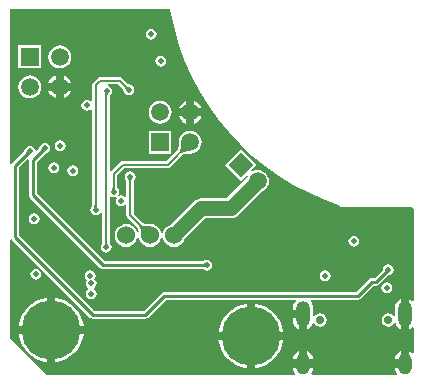
<source format=gbl>
G04*
G04 #@! TF.GenerationSoftware,Altium Limited,Altium Designer,21.9.1 (22)*
G04*
G04 Layer_Physical_Order=4*
G04 Layer_Color=16711680*
%FSLAX25Y25*%
%MOIN*%
G70*
G04*
G04 #@! TF.SameCoordinates,E1323236-0D64-4C8B-8FC9-1981637C6FB2*
G04*
G04*
G04 #@! TF.FilePolarity,Positive*
G04*
G01*
G75*
%ADD12C,0.01000*%
%ADD14C,0.00800*%
%ADD41C,0.05984*%
%ADD42R,0.05984X0.05984*%
%ADD45R,0.05984X0.05984*%
%ADD53C,0.05000*%
%ADD54C,0.06000*%
%ADD55C,0.19685*%
%ADD56P,0.08352X4X360.0*%
%ADD57C,0.05906*%
%ADD58O,0.04724X0.08661*%
%ADD59C,0.02756*%
%ADD60O,0.04724X0.07087*%
%ADD61C,0.01968*%
G36*
X261490Y-298984D02*
X261436Y-298988D01*
X261379Y-298999D01*
X261320Y-299018D01*
X261259Y-299045D01*
X261194Y-299079D01*
X261128Y-299122D01*
X261059Y-299172D01*
X260987Y-299231D01*
X260837Y-299371D01*
X260129Y-298663D01*
X260203Y-298587D01*
X260328Y-298441D01*
X260378Y-298372D01*
X260420Y-298306D01*
X260455Y-298241D01*
X260482Y-298180D01*
X260501Y-298121D01*
X260512Y-298064D01*
X260516Y-298010D01*
X261490Y-298984D01*
D02*
G37*
G36*
X256490Y-299984D02*
X256436Y-299988D01*
X256379Y-299999D01*
X256320Y-300018D01*
X256259Y-300045D01*
X256194Y-300079D01*
X256128Y-300122D01*
X256059Y-300172D01*
X255987Y-300231D01*
X255837Y-300371D01*
X255129Y-299663D01*
X255203Y-299587D01*
X255328Y-299441D01*
X255378Y-299372D01*
X255420Y-299306D01*
X255455Y-299241D01*
X255482Y-299180D01*
X255501Y-299121D01*
X255512Y-299064D01*
X255516Y-299010D01*
X256490Y-299984D01*
D02*
G37*
G36*
X314797Y-337689D02*
X314756Y-337653D01*
X314708Y-337621D01*
X314653Y-337593D01*
X314591Y-337568D01*
X314521Y-337547D01*
X314443Y-337530D01*
X314359Y-337517D01*
X314267Y-337508D01*
X314062Y-337500D01*
Y-336500D01*
X314168Y-336498D01*
X314359Y-336483D01*
X314443Y-336470D01*
X314521Y-336453D01*
X314591Y-336432D01*
X314653Y-336407D01*
X314708Y-336379D01*
X314756Y-336347D01*
X314797Y-336311D01*
Y-337689D01*
D02*
G37*
G36*
X303508Y-253255D02*
X304767Y-258654D01*
X306376Y-263959D01*
X308329Y-269148D01*
X310617Y-274198D01*
X313230Y-279087D01*
X316158Y-283795D01*
X319388Y-288302D01*
X322905Y-292588D01*
X326694Y-296634D01*
X330741Y-300424D01*
X335027Y-303941D01*
X339533Y-307170D01*
X344241Y-310098D01*
X349131Y-312712D01*
X354181Y-315000D01*
X359369Y-316952D01*
X359786Y-317079D01*
X360324Y-317438D01*
X361104Y-317593D01*
X383143D01*
X383187Y-317585D01*
X383707Y-317688D01*
X384185Y-318007D01*
X384504Y-318485D01*
X384607Y-319004D01*
X384598Y-319048D01*
Y-348792D01*
X384125Y-348952D01*
X384091Y-348908D01*
X383388Y-348369D01*
X383071Y-348237D01*
Y-353274D01*
Y-358311D01*
X383388Y-358180D01*
X384091Y-357641D01*
X384125Y-357596D01*
X384598Y-357757D01*
Y-366036D01*
X384125Y-366196D01*
X384091Y-366152D01*
X383388Y-365613D01*
X383071Y-365481D01*
Y-369731D01*
X381693D01*
Y-371109D01*
X378327D01*
X378417Y-371790D01*
X378756Y-372608D01*
X379058Y-373002D01*
X378812Y-373502D01*
X350558D01*
X350312Y-373002D01*
X350614Y-372608D01*
X350953Y-371790D01*
X351043Y-371109D01*
X344312D01*
X344402Y-371790D01*
X344740Y-372608D01*
X345043Y-373002D01*
X344796Y-373502D01*
X262089D01*
X249960Y-361374D01*
X249960Y-328413D01*
X250461Y-328261D01*
X250572Y-328428D01*
X276572Y-354428D01*
X276998Y-354713D01*
X277500Y-354813D01*
X295000D01*
X295502Y-354713D01*
X295928Y-354428D01*
X301899Y-348457D01*
X345126D01*
X345153Y-348535D01*
X345241Y-348957D01*
X344740Y-349610D01*
X344402Y-350428D01*
X344286Y-351306D01*
Y-351897D01*
X347677D01*
Y-353274D01*
X349055D01*
Y-358311D01*
X349373Y-358180D01*
X350075Y-357641D01*
X350614Y-356939D01*
X350851Y-356365D01*
X351415Y-356309D01*
X351746Y-356804D01*
X352462Y-357283D01*
X353307Y-357451D01*
X354152Y-357283D01*
X354868Y-356804D01*
X355347Y-356088D01*
X355515Y-355243D01*
X355347Y-354398D01*
X354868Y-353682D01*
X354152Y-353203D01*
X353307Y-353035D01*
X352462Y-353203D01*
X351746Y-353682D01*
X351568Y-353947D01*
X351068Y-353796D01*
Y-351306D01*
X350953Y-350428D01*
X350614Y-349610D01*
X350113Y-348957D01*
X350202Y-348535D01*
X350228Y-348457D01*
X365856D01*
X366358Y-348357D01*
X366784Y-348073D01*
X371044Y-343813D01*
X372000D01*
X372502Y-343713D01*
X372928Y-343428D01*
X376043Y-340314D01*
X376049Y-340309D01*
X376072Y-340292D01*
X376691Y-340169D01*
X377277Y-339777D01*
X377669Y-339191D01*
X377806Y-338500D01*
X377669Y-337809D01*
X377277Y-337223D01*
X376691Y-336831D01*
X376000Y-336694D01*
X375309Y-336831D01*
X374723Y-337223D01*
X374331Y-337809D01*
X374208Y-338428D01*
X374197Y-338443D01*
X374178Y-338466D01*
X371456Y-341187D01*
X370500D01*
X369998Y-341287D01*
X369572Y-341572D01*
X365312Y-345832D01*
X301356D01*
X300853Y-345932D01*
X300427Y-346216D01*
X294456Y-352187D01*
X278044D01*
X252813Y-326956D01*
Y-304544D01*
X255757Y-301599D01*
X256218Y-301845D01*
X256187Y-302000D01*
Y-313500D01*
X256287Y-314002D01*
X256572Y-314428D01*
X280072Y-337928D01*
X280498Y-338213D01*
X281000Y-338313D01*
X314248D01*
X314256Y-338314D01*
X314283Y-338318D01*
X314809Y-338669D01*
X315500Y-338806D01*
X316191Y-338669D01*
X316777Y-338277D01*
X317169Y-337691D01*
X317306Y-337000D01*
X317169Y-336309D01*
X316777Y-335723D01*
X316191Y-335331D01*
X315500Y-335194D01*
X314809Y-335331D01*
X314283Y-335682D01*
X314265Y-335685D01*
X314236Y-335687D01*
X281544D01*
X258813Y-312956D01*
Y-302544D01*
X261543Y-299814D01*
X261549Y-299809D01*
X261572Y-299792D01*
X262191Y-299669D01*
X262777Y-299277D01*
X263169Y-298691D01*
X263306Y-298000D01*
X263169Y-297309D01*
X262777Y-296723D01*
X262191Y-296331D01*
X261500Y-296194D01*
X260809Y-296331D01*
X260223Y-296723D01*
X259831Y-297309D01*
X259708Y-297929D01*
X259697Y-297943D01*
X259678Y-297966D01*
X258787Y-298856D01*
X258245Y-298692D01*
X258169Y-298309D01*
X257777Y-297723D01*
X257191Y-297331D01*
X256500Y-297194D01*
X255809Y-297331D01*
X255223Y-297723D01*
X254831Y-298309D01*
X254708Y-298928D01*
X254697Y-298943D01*
X254678Y-298966D01*
X250572Y-303072D01*
X250461Y-303239D01*
X249960Y-303087D01*
X249960Y-251527D01*
X303223D01*
X303508Y-253255D01*
D02*
G37*
G36*
X375990Y-339484D02*
X375936Y-339488D01*
X375879Y-339499D01*
X375820Y-339518D01*
X375759Y-339545D01*
X375694Y-339580D01*
X375628Y-339622D01*
X375559Y-339672D01*
X375487Y-339731D01*
X375337Y-339871D01*
X374629Y-339163D01*
X374703Y-339087D01*
X374828Y-338941D01*
X374878Y-338872D01*
X374921Y-338806D01*
X374955Y-338741D01*
X374982Y-338680D01*
X375001Y-338621D01*
X375012Y-338564D01*
X375016Y-338510D01*
X375990Y-339484D01*
D02*
G37*
%LPC*%
G36*
X297000Y-258194D02*
X296309Y-258331D01*
X295723Y-258723D01*
X295331Y-259309D01*
X295194Y-260000D01*
X295331Y-260691D01*
X295723Y-261277D01*
X296309Y-261669D01*
X297000Y-261806D01*
X297691Y-261669D01*
X298277Y-261277D01*
X298669Y-260691D01*
X298806Y-260000D01*
X298669Y-259309D01*
X298277Y-258723D01*
X297691Y-258331D01*
X297000Y-258194D01*
D02*
G37*
G36*
X300136Y-267130D02*
X299445Y-267267D01*
X298859Y-267659D01*
X298467Y-268245D01*
X298329Y-268936D01*
X298467Y-269627D01*
X298859Y-270213D01*
X299445Y-270605D01*
X300136Y-270742D01*
X300827Y-270605D01*
X301413Y-270213D01*
X301805Y-269627D01*
X301942Y-268936D01*
X301805Y-268245D01*
X301413Y-267659D01*
X300827Y-267267D01*
X300136Y-267130D01*
D02*
G37*
G36*
X260279Y-263720D02*
X252720D01*
Y-271280D01*
X260279D01*
Y-263720D01*
D02*
G37*
G36*
X266500Y-263688D02*
X265513Y-263818D01*
X264594Y-264199D01*
X263804Y-264804D01*
X263199Y-265594D01*
X262818Y-266513D01*
X262688Y-267500D01*
X262818Y-268487D01*
X263199Y-269406D01*
X263804Y-270196D01*
X264594Y-270801D01*
X265513Y-271182D01*
X266500Y-271312D01*
X267487Y-271182D01*
X268406Y-270801D01*
X269196Y-270196D01*
X269801Y-269406D01*
X270182Y-268487D01*
X270312Y-267500D01*
X270182Y-266513D01*
X269801Y-265594D01*
X269196Y-264804D01*
X268406Y-264199D01*
X267487Y-263818D01*
X266500Y-263688D01*
D02*
G37*
G36*
X267878Y-273750D02*
Y-276122D01*
X270250D01*
X269987Y-275487D01*
X269347Y-274653D01*
X268513Y-274013D01*
X267878Y-273750D01*
D02*
G37*
G36*
X265122Y-273750D02*
X264487Y-274013D01*
X263653Y-274653D01*
X263013Y-275487D01*
X262750Y-276122D01*
X265122D01*
Y-273750D01*
D02*
G37*
G36*
X286539Y-274289D02*
X286539Y-274289D01*
X280000D01*
X279537Y-274381D01*
X279144Y-274644D01*
X279144Y-274644D01*
X277605Y-276183D01*
X277342Y-276576D01*
X277250Y-277039D01*
X277250Y-277039D01*
Y-282209D01*
X276976Y-282345D01*
X276750Y-282401D01*
X276212Y-282042D01*
X275521Y-281904D01*
X274830Y-282042D01*
X274244Y-282433D01*
X273852Y-283019D01*
X273715Y-283711D01*
X273852Y-284402D01*
X274244Y-284988D01*
X274830Y-285380D01*
X275521Y-285517D01*
X276212Y-285380D01*
X276750Y-285020D01*
X276976Y-285076D01*
X277250Y-285212D01*
Y-317115D01*
X277247Y-317136D01*
X277240Y-317162D01*
X277234Y-317181D01*
X277230Y-317192D01*
X277183Y-317223D01*
X276792Y-317809D01*
X276654Y-318500D01*
X276792Y-319191D01*
X277183Y-319777D01*
X277769Y-320169D01*
X278461Y-320306D01*
X279152Y-320169D01*
X279738Y-319777D01*
X280130Y-319191D01*
X280174Y-318969D01*
X280712Y-318825D01*
X280750Y-318868D01*
Y-329615D01*
X280747Y-329636D01*
X280740Y-329662D01*
X280734Y-329681D01*
X280730Y-329692D01*
X280683Y-329723D01*
X280292Y-330309D01*
X280154Y-331000D01*
X280292Y-331691D01*
X280683Y-332277D01*
X281269Y-332669D01*
X281961Y-332806D01*
X282652Y-332669D01*
X283238Y-332277D01*
X283629Y-331691D01*
X283767Y-331000D01*
X283629Y-330309D01*
X283238Y-329723D01*
X283191Y-329692D01*
X283187Y-329681D01*
X283181Y-329662D01*
X283175Y-329636D01*
X283171Y-329615D01*
Y-314344D01*
X283671Y-314077D01*
X283809Y-314169D01*
X284500Y-314306D01*
X285152Y-314177D01*
X285261Y-314263D01*
X285490Y-314570D01*
X285331Y-314809D01*
X285194Y-315500D01*
X285331Y-316191D01*
X285723Y-316777D01*
X286309Y-317169D01*
X287000Y-317306D01*
X287691Y-317169D01*
X288250Y-316795D01*
X288400Y-316827D01*
X288750Y-316970D01*
Y-320317D01*
X288750Y-320317D01*
X288842Y-320780D01*
X289105Y-321173D01*
X292495Y-324563D01*
X292504Y-324574D01*
X292562Y-324668D01*
X292626Y-324808D01*
X292689Y-324994D01*
X292747Y-325225D01*
X292797Y-325500D01*
X292836Y-325809D01*
X292844Y-325940D01*
X292375Y-326052D01*
X291993Y-325131D01*
X291386Y-324340D01*
X290595Y-323733D01*
X289674Y-323351D01*
X288685Y-323221D01*
X287696Y-323351D01*
X286775Y-323733D01*
X285984Y-324340D01*
X285377Y-325131D01*
X284995Y-326052D01*
X284865Y-327041D01*
X284995Y-328030D01*
X285377Y-328951D01*
X285984Y-329742D01*
X286775Y-330349D01*
X287696Y-330731D01*
X288685Y-330861D01*
X289674Y-330731D01*
X290595Y-330349D01*
X291386Y-329742D01*
X291993Y-328951D01*
X292375Y-328030D01*
X292433Y-327590D01*
X292937D01*
X292995Y-328030D01*
X293377Y-328951D01*
X293984Y-329742D01*
X294775Y-330349D01*
X295696Y-330731D01*
X296685Y-330861D01*
X297674Y-330731D01*
X298595Y-330349D01*
X299386Y-329742D01*
X299993Y-328951D01*
X300375Y-328030D01*
X300433Y-327590D01*
X300937D01*
X300995Y-328030D01*
X301377Y-328951D01*
X301984Y-329742D01*
X302775Y-330349D01*
X303696Y-330731D01*
X304685Y-330861D01*
X305674Y-330731D01*
X306595Y-330349D01*
X307386Y-329742D01*
X307993Y-328951D01*
X308367Y-328048D01*
X315088Y-321327D01*
X323449D01*
X324307Y-321214D01*
X325107Y-320883D01*
X325794Y-320356D01*
X333555Y-312595D01*
X334347Y-312267D01*
X335128Y-311667D01*
X335728Y-310886D01*
X336104Y-309976D01*
X336233Y-309000D01*
X336104Y-308024D01*
X335728Y-307114D01*
X335128Y-306332D01*
X334347Y-305733D01*
X333437Y-305356D01*
X332461Y-305228D01*
X331484Y-305356D01*
X330574Y-305733D01*
X330281Y-305333D01*
X332182Y-303432D01*
X326893Y-298143D01*
X321603Y-303432D01*
X326893Y-308722D01*
X328794Y-306821D01*
X329194Y-307114D01*
X328866Y-307906D01*
X322076Y-314696D01*
X313715D01*
X312857Y-314809D01*
X312057Y-315140D01*
X311370Y-315667D01*
X303678Y-323359D01*
X302775Y-323733D01*
X301984Y-324340D01*
X301377Y-325131D01*
X300995Y-326052D01*
X300937Y-326492D01*
X300433D01*
X300375Y-326052D01*
X299993Y-325131D01*
X299386Y-324340D01*
X298595Y-323733D01*
X297674Y-323351D01*
X296685Y-323221D01*
X296557Y-323238D01*
X296221Y-323236D01*
X295452Y-323192D01*
X295144Y-323153D01*
X294869Y-323103D01*
X294638Y-323045D01*
X294452Y-322982D01*
X294312Y-322918D01*
X294218Y-322860D01*
X294207Y-322851D01*
X291171Y-319815D01*
Y-308885D01*
X291175Y-308864D01*
X291181Y-308838D01*
X291187Y-308819D01*
X291191Y-308808D01*
X291238Y-308777D01*
X291630Y-308191D01*
X291767Y-307500D01*
X291630Y-306809D01*
X291238Y-306223D01*
X290652Y-305831D01*
X289961Y-305694D01*
X289269Y-305831D01*
X288683Y-306223D01*
X288292Y-306809D01*
X288154Y-307500D01*
X288292Y-308191D01*
X288683Y-308777D01*
X288730Y-308808D01*
X288734Y-308819D01*
X288740Y-308838D01*
X288747Y-308864D01*
X288750Y-308885D01*
Y-314030D01*
X288400Y-314173D01*
X288250Y-314205D01*
X287691Y-313831D01*
X287000Y-313694D01*
X286348Y-313823D01*
X286239Y-313737D01*
X286010Y-313430D01*
X286169Y-313191D01*
X286306Y-312500D01*
X286169Y-311809D01*
X285777Y-311223D01*
X285731Y-311192D01*
X285726Y-311181D01*
X285720Y-311162D01*
X285714Y-311136D01*
X285711Y-311115D01*
Y-307001D01*
X288001Y-304711D01*
X302461D01*
X302461Y-304711D01*
X302924Y-304619D01*
X303317Y-304356D01*
X307492Y-300181D01*
X307502Y-300172D01*
X307596Y-300114D01*
X307735Y-300051D01*
X307921Y-299988D01*
X308151Y-299929D01*
X308425Y-299880D01*
X308732Y-299841D01*
X309498Y-299797D01*
X309833Y-299795D01*
X309961Y-299812D01*
X310947Y-299682D01*
X311867Y-299301D01*
X312656Y-298696D01*
X313262Y-297906D01*
X313643Y-296987D01*
X313773Y-296000D01*
X313643Y-295013D01*
X313262Y-294094D01*
X312656Y-293304D01*
X311867Y-292699D01*
X310947Y-292318D01*
X309961Y-292188D01*
X308974Y-292318D01*
X308055Y-292699D01*
X307265Y-293304D01*
X306659Y-294094D01*
X306278Y-295013D01*
X306149Y-296000D01*
X306165Y-296128D01*
X306164Y-296462D01*
X306119Y-297228D01*
X306081Y-297535D01*
X306031Y-297809D01*
X305973Y-298040D01*
X305910Y-298225D01*
X305846Y-298365D01*
X305788Y-298459D01*
X305780Y-298469D01*
X301959Y-302289D01*
X287500D01*
X287500Y-302289D01*
X287037Y-302381D01*
X286644Y-302644D01*
X283671Y-305617D01*
X283555Y-305608D01*
X283171Y-305451D01*
Y-280375D01*
X283173Y-280365D01*
X283174Y-280363D01*
X283184Y-280354D01*
X283213Y-280320D01*
X283392Y-280200D01*
X283784Y-279614D01*
X283922Y-278923D01*
X283784Y-278232D01*
X283392Y-277646D01*
X282806Y-277254D01*
X282588Y-277211D01*
X282637Y-276711D01*
X286038D01*
X287665Y-278338D01*
X287677Y-278355D01*
X287691Y-278377D01*
X287700Y-278395D01*
X287705Y-278405D01*
X287694Y-278461D01*
X287831Y-279152D01*
X288223Y-279738D01*
X288809Y-280130D01*
X289500Y-280267D01*
X290191Y-280130D01*
X290777Y-279738D01*
X291169Y-279152D01*
X291306Y-278461D01*
X291169Y-277769D01*
X290777Y-277183D01*
X290191Y-276792D01*
X289500Y-276654D01*
X289445Y-276665D01*
X289435Y-276661D01*
X289417Y-276652D01*
X289394Y-276638D01*
X289377Y-276625D01*
X287395Y-274644D01*
X287003Y-274381D01*
X286539Y-274289D01*
D02*
G37*
G36*
X270250Y-278878D02*
X267878D01*
Y-281250D01*
X268513Y-280987D01*
X269347Y-280347D01*
X269987Y-279513D01*
X270250Y-278878D01*
D02*
G37*
G36*
X265122D02*
X262750D01*
X263013Y-279513D01*
X263653Y-280347D01*
X264487Y-280987D01*
X265122Y-281250D01*
Y-278878D01*
D02*
G37*
G36*
X256500Y-273688D02*
X255513Y-273818D01*
X254594Y-274199D01*
X253804Y-274804D01*
X253199Y-275594D01*
X252818Y-276513D01*
X252688Y-277500D01*
X252818Y-278487D01*
X253199Y-279406D01*
X253804Y-280196D01*
X254594Y-280801D01*
X255513Y-281182D01*
X256500Y-281312D01*
X257487Y-281182D01*
X258406Y-280801D01*
X259196Y-280196D01*
X259801Y-279406D01*
X260182Y-278487D01*
X260312Y-277500D01*
X260182Y-276513D01*
X259801Y-275594D01*
X259196Y-274804D01*
X258406Y-274199D01*
X257487Y-273818D01*
X256500Y-273688D01*
D02*
G37*
G36*
X311339Y-282250D02*
Y-284622D01*
X313711D01*
X313448Y-283987D01*
X312808Y-283153D01*
X311974Y-282513D01*
X311339Y-282250D01*
D02*
G37*
G36*
X308583D02*
X307947Y-282513D01*
X307113Y-283153D01*
X306473Y-283987D01*
X306210Y-284622D01*
X308583D01*
Y-282250D01*
D02*
G37*
G36*
X313711Y-287378D02*
X311339D01*
Y-289750D01*
X311974Y-289487D01*
X312808Y-288847D01*
X313448Y-288013D01*
X313711Y-287378D01*
D02*
G37*
G36*
X308583D02*
X306210D01*
X306473Y-288013D01*
X307113Y-288847D01*
X307947Y-289487D01*
X308583Y-289750D01*
Y-287378D01*
D02*
G37*
G36*
X299961Y-282188D02*
X298974Y-282318D01*
X298055Y-282699D01*
X297265Y-283304D01*
X296659Y-284094D01*
X296278Y-285013D01*
X296148Y-286000D01*
X296278Y-286987D01*
X296659Y-287906D01*
X297265Y-288696D01*
X298055Y-289301D01*
X298974Y-289682D01*
X299961Y-289812D01*
X300947Y-289682D01*
X301867Y-289301D01*
X302656Y-288696D01*
X303262Y-287906D01*
X303643Y-286987D01*
X303773Y-286000D01*
X303643Y-285013D01*
X303262Y-284094D01*
X302656Y-283304D01*
X301867Y-282699D01*
X300947Y-282318D01*
X299961Y-282188D01*
D02*
G37*
G36*
X266683Y-295376D02*
X265992Y-295514D01*
X265406Y-295906D01*
X265014Y-296492D01*
X264877Y-297183D01*
X265014Y-297874D01*
X265406Y-298460D01*
X265992Y-298852D01*
X266683Y-298989D01*
X267374Y-298852D01*
X267960Y-298460D01*
X268352Y-297874D01*
X268489Y-297183D01*
X268352Y-296492D01*
X267960Y-295906D01*
X267374Y-295514D01*
X266683Y-295376D01*
D02*
G37*
G36*
X303740Y-292220D02*
X296181D01*
Y-299780D01*
X303740D01*
Y-292220D01*
D02*
G37*
G36*
X264500Y-302694D02*
X263809Y-302831D01*
X263223Y-303223D01*
X262831Y-303809D01*
X262694Y-304500D01*
X262831Y-305191D01*
X263223Y-305777D01*
X263809Y-306169D01*
X264500Y-306306D01*
X265191Y-306169D01*
X265777Y-305777D01*
X266169Y-305191D01*
X266306Y-304500D01*
X266169Y-303809D01*
X265777Y-303223D01*
X265191Y-302831D01*
X264500Y-302694D01*
D02*
G37*
G36*
X270874Y-303596D02*
X270182Y-303734D01*
X269597Y-304125D01*
X269205Y-304711D01*
X269067Y-305402D01*
X269205Y-306094D01*
X269597Y-306680D01*
X270182Y-307071D01*
X270874Y-307209D01*
X271565Y-307071D01*
X272151Y-306680D01*
X272543Y-306094D01*
X272680Y-305402D01*
X272543Y-304711D01*
X272151Y-304125D01*
X271565Y-303734D01*
X270874Y-303596D01*
D02*
G37*
G36*
X258000Y-319694D02*
X257309Y-319831D01*
X256723Y-320223D01*
X256331Y-320809D01*
X256194Y-321500D01*
X256331Y-322191D01*
X256723Y-322777D01*
X257309Y-323169D01*
X258000Y-323306D01*
X258691Y-323169D01*
X259277Y-322777D01*
X259669Y-322191D01*
X259806Y-321500D01*
X259669Y-320809D01*
X259277Y-320223D01*
X258691Y-319831D01*
X258000Y-319694D01*
D02*
G37*
G36*
X364500Y-327194D02*
X363809Y-327331D01*
X363223Y-327723D01*
X362831Y-328309D01*
X362694Y-329000D01*
X362831Y-329691D01*
X363223Y-330277D01*
X363809Y-330669D01*
X364500Y-330806D01*
X365191Y-330669D01*
X365777Y-330277D01*
X366169Y-329691D01*
X366306Y-329000D01*
X366169Y-328309D01*
X365777Y-327723D01*
X365191Y-327331D01*
X364500Y-327194D01*
D02*
G37*
G36*
X258500Y-338194D02*
X257809Y-338331D01*
X257223Y-338723D01*
X256831Y-339309D01*
X256694Y-340000D01*
X256831Y-340691D01*
X257223Y-341277D01*
X257809Y-341669D01*
X258500Y-341806D01*
X259191Y-341669D01*
X259777Y-341277D01*
X260169Y-340691D01*
X260306Y-340000D01*
X260169Y-339309D01*
X259777Y-338723D01*
X259191Y-338331D01*
X258500Y-338194D01*
D02*
G37*
G36*
X355000Y-338694D02*
X354309Y-338831D01*
X353723Y-339223D01*
X353331Y-339809D01*
X353194Y-340500D01*
X353331Y-341191D01*
X353723Y-341777D01*
X354309Y-342169D01*
X355000Y-342306D01*
X355691Y-342169D01*
X356277Y-341777D01*
X356669Y-341191D01*
X356806Y-340500D01*
X356669Y-339809D01*
X356277Y-339223D01*
X355691Y-338831D01*
X355000Y-338694D01*
D02*
G37*
G36*
X375500Y-342694D02*
X374809Y-342831D01*
X374223Y-343223D01*
X373831Y-343809D01*
X373694Y-344500D01*
X373831Y-345191D01*
X374223Y-345777D01*
X374809Y-346169D01*
X375500Y-346306D01*
X376191Y-346169D01*
X376777Y-345777D01*
X377169Y-345191D01*
X377306Y-344500D01*
X377169Y-343809D01*
X376777Y-343223D01*
X376191Y-342831D01*
X375500Y-342694D01*
D02*
G37*
G36*
X276685Y-338681D02*
X275994Y-338818D01*
X275408Y-339210D01*
X275016Y-339796D01*
X274879Y-340487D01*
X275016Y-341178D01*
X275408Y-341764D01*
X275606Y-341897D01*
X275331Y-342309D01*
X275194Y-343000D01*
X275331Y-343691D01*
X275723Y-344277D01*
X275980Y-344449D01*
Y-345051D01*
X275723Y-345223D01*
X275331Y-345809D01*
X275194Y-346500D01*
X275331Y-347191D01*
X275723Y-347777D01*
X276309Y-348169D01*
X277000Y-348306D01*
X277691Y-348169D01*
X278277Y-347777D01*
X278669Y-347191D01*
X278806Y-346500D01*
X278669Y-345809D01*
X278277Y-345223D01*
X278020Y-345051D01*
Y-344449D01*
X278277Y-344277D01*
X278669Y-343691D01*
X278806Y-343000D01*
X278669Y-342309D01*
X278277Y-341723D01*
X278079Y-341590D01*
X278354Y-341178D01*
X278491Y-340487D01*
X278354Y-339796D01*
X277962Y-339210D01*
X277376Y-338818D01*
X276685Y-338681D01*
D02*
G37*
G36*
X380315Y-348237D02*
X379997Y-348369D01*
X379295Y-348908D01*
X378756Y-349610D01*
X378417Y-350428D01*
X378302Y-351306D01*
Y-353796D01*
X377802Y-353947D01*
X377624Y-353682D01*
X376908Y-353203D01*
X376063Y-353035D01*
X375218Y-353203D01*
X374502Y-353682D01*
X374023Y-354398D01*
X373855Y-355243D01*
X374023Y-356088D01*
X374502Y-356804D01*
X375218Y-357283D01*
X376063Y-357451D01*
X376908Y-357283D01*
X377624Y-356804D01*
X377955Y-356309D01*
X378519Y-356366D01*
X378756Y-356939D01*
X379295Y-357641D01*
X379997Y-358180D01*
X380315Y-358311D01*
Y-353274D01*
Y-348237D01*
D02*
G37*
G36*
X265063Y-347774D02*
Y-357163D01*
X274453D01*
X274427Y-356840D01*
X274029Y-355180D01*
X273376Y-353604D01*
X272484Y-352148D01*
X271376Y-350851D01*
X270078Y-349742D01*
X268623Y-348850D01*
X267046Y-348197D01*
X265387Y-347799D01*
X265063Y-347774D01*
D02*
G37*
G36*
X262307Y-347774D02*
X261984Y-347799D01*
X260324Y-348197D01*
X258748Y-348850D01*
X257292Y-349742D01*
X255995Y-350851D01*
X254886Y-352148D01*
X253994Y-353604D01*
X253341Y-355180D01*
X252943Y-356840D01*
X252918Y-357163D01*
X262307D01*
Y-347774D01*
D02*
G37*
G36*
X346299Y-354652D02*
X344286D01*
Y-355243D01*
X344402Y-356121D01*
X344740Y-356939D01*
X345279Y-357641D01*
X345982Y-358180D01*
X346299Y-358311D01*
Y-354652D01*
D02*
G37*
G36*
X331563Y-349774D02*
Y-359163D01*
X340953D01*
X340927Y-358840D01*
X340529Y-357180D01*
X339876Y-355604D01*
X338984Y-354148D01*
X337876Y-352851D01*
X336578Y-351742D01*
X335123Y-350851D01*
X333546Y-350197D01*
X331887Y-349799D01*
X331563Y-349774D01*
D02*
G37*
G36*
X328807Y-349774D02*
X328484Y-349799D01*
X326824Y-350197D01*
X325248Y-350851D01*
X323792Y-351742D01*
X322495Y-352851D01*
X321386Y-354148D01*
X320495Y-355604D01*
X319841Y-357180D01*
X319443Y-358840D01*
X319418Y-359163D01*
X328807D01*
Y-349774D01*
D02*
G37*
G36*
X380315Y-365481D02*
X379997Y-365613D01*
X379295Y-366152D01*
X378756Y-366854D01*
X378417Y-367672D01*
X378327Y-368353D01*
X380315D01*
Y-365481D01*
D02*
G37*
G36*
X349055D02*
Y-368353D01*
X351043D01*
X350953Y-367672D01*
X350614Y-366854D01*
X350075Y-366152D01*
X349373Y-365613D01*
X349055Y-365481D01*
D02*
G37*
G36*
X346299D02*
X345982Y-365613D01*
X345279Y-366152D01*
X344740Y-366854D01*
X344402Y-367672D01*
X344312Y-368353D01*
X346299D01*
Y-365481D01*
D02*
G37*
G36*
X274453Y-359919D02*
X265063D01*
Y-369309D01*
X265387Y-369283D01*
X267046Y-368885D01*
X268623Y-368232D01*
X270078Y-367340D01*
X271376Y-366232D01*
X272484Y-364934D01*
X273376Y-363479D01*
X274029Y-361902D01*
X274427Y-360243D01*
X274453Y-359919D01*
D02*
G37*
G36*
X262307D02*
X252918D01*
X252943Y-360243D01*
X253341Y-361902D01*
X253994Y-363479D01*
X254886Y-364934D01*
X255995Y-366232D01*
X257292Y-367340D01*
X258748Y-368232D01*
X260324Y-368885D01*
X261984Y-369283D01*
X262307Y-369309D01*
Y-359919D01*
D02*
G37*
G36*
X340953Y-361919D02*
X331563D01*
Y-371309D01*
X331887Y-371283D01*
X333546Y-370885D01*
X335123Y-370232D01*
X336578Y-369340D01*
X337876Y-368232D01*
X338984Y-366934D01*
X339876Y-365479D01*
X340529Y-363902D01*
X340927Y-362243D01*
X340953Y-361919D01*
D02*
G37*
G36*
X328807D02*
X319418D01*
X319443Y-362243D01*
X319841Y-363902D01*
X320495Y-365479D01*
X321386Y-366934D01*
X322495Y-368232D01*
X323792Y-369340D01*
X325248Y-370232D01*
X326824Y-370885D01*
X328484Y-371283D01*
X328807Y-371309D01*
Y-361919D01*
D02*
G37*
%LPD*%
G36*
X288801Y-277192D02*
X288874Y-277252D01*
X288947Y-277306D01*
X289022Y-277352D01*
X289098Y-277390D01*
X289174Y-277422D01*
X289252Y-277447D01*
X289330Y-277464D01*
X289410Y-277474D01*
X289490Y-277476D01*
X288516Y-278451D01*
X288513Y-278370D01*
X288503Y-278291D01*
X288486Y-278212D01*
X288461Y-278135D01*
X288430Y-278058D01*
X288391Y-277983D01*
X288345Y-277908D01*
X288292Y-277834D01*
X288231Y-277762D01*
X288164Y-277690D01*
X288729Y-277124D01*
X288801Y-277192D01*
D02*
G37*
G36*
X282685Y-279725D02*
X282624Y-279774D01*
X282568Y-279829D01*
X282520Y-279889D01*
X282477Y-279955D01*
X282442Y-280026D01*
X282413Y-280103D01*
X282390Y-280186D01*
X282374Y-280274D01*
X282364Y-280367D01*
X282361Y-280467D01*
X281561Y-280327D01*
X281558Y-280229D01*
X281539Y-280044D01*
X281523Y-279957D01*
X281502Y-279873D01*
X281476Y-279793D01*
X281445Y-279717D01*
X281409Y-279644D01*
X281369Y-279575D01*
X281324Y-279509D01*
X282685Y-279725D01*
D02*
G37*
G36*
X309931Y-298992D02*
X309473Y-298994D01*
X308659Y-299041D01*
X308303Y-299086D01*
X307981Y-299144D01*
X307693Y-299217D01*
X307438Y-299304D01*
X307217Y-299405D01*
X307030Y-299520D01*
X306877Y-299649D01*
X306312Y-299083D01*
X306441Y-298930D01*
X306556Y-298743D01*
X306657Y-298523D01*
X306744Y-298268D01*
X306816Y-297980D01*
X306875Y-297657D01*
X306920Y-297301D01*
X306966Y-296487D01*
X306969Y-296030D01*
X309931Y-298992D01*
D02*
G37*
G36*
X290595Y-308262D02*
X290546Y-308325D01*
X290502Y-308393D01*
X290465Y-308465D01*
X290433Y-308541D01*
X290407Y-308622D01*
X290387Y-308707D01*
X290372Y-308797D01*
X290364Y-308891D01*
X290361Y-308990D01*
X289561D01*
X289558Y-308891D01*
X289549Y-308797D01*
X289535Y-308707D01*
X289514Y-308622D01*
X289488Y-308541D01*
X289457Y-308465D01*
X289419Y-308393D01*
X289376Y-308325D01*
X289327Y-308262D01*
X289272Y-308203D01*
X290650D01*
X290595Y-308262D01*
D02*
G37*
G36*
X284903Y-311109D02*
X284912Y-311203D01*
X284926Y-311293D01*
X284946Y-311378D01*
X284972Y-311459D01*
X285004Y-311535D01*
X285042Y-311607D01*
X285085Y-311675D01*
X285134Y-311738D01*
X285189Y-311797D01*
X283811D01*
X283866Y-311738D01*
X283915Y-311675D01*
X283958Y-311607D01*
X283996Y-311535D01*
X284028Y-311459D01*
X284054Y-311378D01*
X284074Y-311293D01*
X284088Y-311203D01*
X284097Y-311109D01*
X284100Y-311010D01*
X284900D01*
X284903Y-311109D01*
D02*
G37*
G36*
X278864Y-317109D02*
X278872Y-317203D01*
X278887Y-317292D01*
X278907Y-317378D01*
X278933Y-317459D01*
X278965Y-317535D01*
X279002Y-317607D01*
X279046Y-317675D01*
X279095Y-317738D01*
X279150Y-317797D01*
X277772D01*
X277827Y-317738D01*
X277876Y-317675D01*
X277919Y-317607D01*
X277957Y-317535D01*
X277988Y-317459D01*
X278014Y-317378D01*
X278035Y-317292D01*
X278049Y-317203D01*
X278058Y-317109D01*
X278061Y-317010D01*
X278861D01*
X278864Y-317109D01*
D02*
G37*
G36*
X293746Y-323512D02*
X293934Y-323628D01*
X294155Y-323729D01*
X294410Y-323816D01*
X294699Y-323889D01*
X295023Y-323947D01*
X295380Y-323992D01*
X296196Y-324039D01*
X296655Y-324041D01*
X293685Y-327011D01*
X293683Y-326552D01*
X293636Y-325736D01*
X293591Y-325379D01*
X293533Y-325055D01*
X293460Y-324766D01*
X293373Y-324511D01*
X293272Y-324289D01*
X293156Y-324102D01*
X293027Y-323949D01*
X293593Y-323383D01*
X293746Y-323512D01*
D02*
G37*
G36*
X282364Y-329609D02*
X282372Y-329703D01*
X282387Y-329792D01*
X282407Y-329878D01*
X282433Y-329959D01*
X282465Y-330035D01*
X282502Y-330107D01*
X282546Y-330175D01*
X282595Y-330238D01*
X282650Y-330297D01*
X281272D01*
X281327Y-330238D01*
X281376Y-330175D01*
X281419Y-330107D01*
X281457Y-330035D01*
X281488Y-329959D01*
X281514Y-329878D01*
X281535Y-329792D01*
X281549Y-329703D01*
X281558Y-329609D01*
X281561Y-329510D01*
X282361D01*
X282364Y-329609D01*
D02*
G37*
D12*
X251500Y-327500D02*
Y-304000D01*
X256500Y-299000D01*
X257500Y-302000D02*
X261500Y-298000D01*
X257500Y-313500D02*
Y-302000D01*
X372000Y-342500D02*
X376000Y-338500D01*
X370500Y-342500D02*
X372000D01*
X365856Y-347145D02*
X370500Y-342500D01*
X301356Y-347145D02*
X365856D01*
X295000Y-353500D02*
X301356Y-347145D01*
X277500Y-353500D02*
X295000D01*
X251500Y-327500D02*
X277500Y-353500D01*
X257500Y-313500D02*
X281000Y-337000D01*
X315500D01*
D14*
X278461Y-318500D02*
Y-277039D01*
X281961Y-331000D02*
Y-278961D01*
X281923Y-278923D02*
X281961Y-278961D01*
X287500Y-303500D02*
X302461D01*
X309961Y-296000D01*
X284500Y-312500D02*
Y-306500D01*
X287500Y-303500D01*
X278461Y-277039D02*
X280000Y-275500D01*
X286539D02*
X289500Y-278461D01*
X280000Y-275500D02*
X286539D01*
X289961Y-320317D02*
Y-307500D01*
Y-320317D02*
X296685Y-327041D01*
D41*
X256500Y-277500D02*
D03*
X266500D02*
D03*
Y-267500D02*
D03*
X309961Y-296000D02*
D03*
Y-286000D02*
D03*
X299961D02*
D03*
D42*
X256500Y-267500D02*
D03*
D45*
X299961Y-296000D02*
D03*
D53*
X313715Y-318011D02*
X323449D01*
X304685Y-327041D02*
X313715Y-318011D01*
X323449D02*
X332461Y-309000D01*
D54*
X304685Y-327041D02*
D03*
X296685D02*
D03*
X288685D02*
D03*
D55*
X263685Y-358541D02*
D03*
X330185Y-360541D02*
D03*
D56*
X326893Y-303432D02*
D03*
D57*
X332461Y-309000D02*
D03*
D58*
X347677Y-353274D02*
D03*
X381693D02*
D03*
D59*
X376063Y-355243D02*
D03*
X353307D02*
D03*
D60*
X381693Y-369731D02*
D03*
X347677D02*
D03*
D61*
X258000Y-321500D02*
D03*
X258500Y-340000D02*
D03*
X275521Y-283711D02*
D03*
X300136Y-268936D02*
D03*
X297000Y-260000D02*
D03*
X270874Y-305402D02*
D03*
X256500Y-299000D02*
D03*
X261500Y-298000D02*
D03*
X266683Y-297183D02*
D03*
X287000Y-315500D02*
D03*
X376000Y-338500D02*
D03*
X315500Y-337000D02*
D03*
X277000Y-346500D02*
D03*
X364500Y-329000D02*
D03*
X355000Y-340500D02*
D03*
X264500Y-304500D02*
D03*
X284500Y-312500D02*
D03*
X276685Y-340487D02*
D03*
X277000Y-343000D02*
D03*
X375500Y-344500D02*
D03*
X289500Y-278461D02*
D03*
X289961Y-307500D02*
D03*
X278461Y-318500D02*
D03*
X282115Y-278923D02*
D03*
X281961Y-331000D02*
D03*
M02*

</source>
